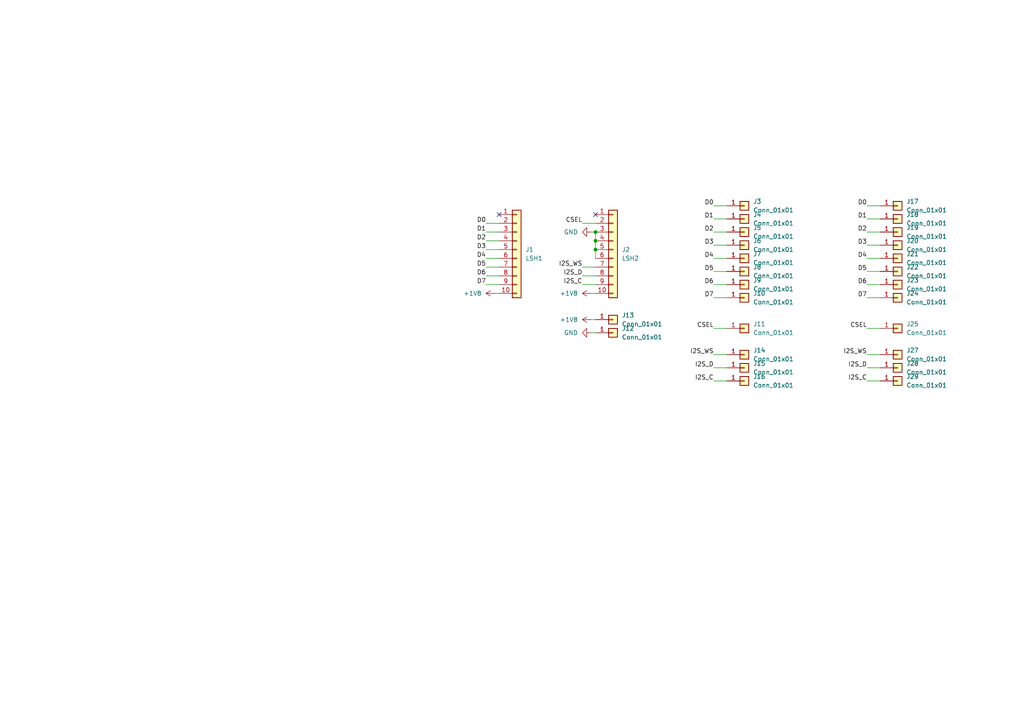
<source format=kicad_sch>
(kicad_sch (version 20230121) (generator eeschema)
  (paper "A4")
  (lib_symbols
    (symbol "Connector_Generic:Conn_01x01" (pin_names (offset 1.016) hide)
      (property "Reference" "J" (at 0 2.54 0))
      (property "Value" "Conn_01x01" (at 0 -2.54 0))
      (symbol "Conn_01x01_1_1"
        (rectangle (start -1.27 0.127) (end 0 -0.127) (stroke (width 0.1524)))
        (rectangle (start -1.27 1.27) (end 1.27 -1.27) (stroke (width 0.254)) (fill (type background)))
        (pin passive line (at -5.08 0 0) (length 3.81) (name "Pin_1") (number "1"))
      )
    )
    (symbol "Connector_Generic:Conn_01x10" (pin_names (offset 1.016) hide)
      (property "Reference" "J" (at 0 12.7 0))
      (property "Value" "Conn_01x10" (at 0 -15.24 0))
      (symbol "Conn_01x10_1_1"
        (rectangle (start -1.27 -12.573) (end 0 -12.827) (stroke (width 0.1524)))
        (rectangle (start -1.27 -10.033) (end 0 -10.287) (stroke (width 0.1524)))
        (rectangle (start -1.27 -7.493) (end 0 -7.747) (stroke (width 0.1524)))
        (rectangle (start -1.27 -4.953) (end 0 -5.207) (stroke (width 0.1524)))
        (rectangle (start -1.27 -2.413) (end 0 -2.667) (stroke (width 0.1524)))
        (rectangle (start -1.27 0.127) (end 0 -0.127) (stroke (width 0.1524)))
        (rectangle (start -1.27 2.667) (end 0 2.413) (stroke (width 0.1524)))
        (rectangle (start -1.27 5.207) (end 0 4.953) (stroke (width 0.1524)))
        (rectangle (start -1.27 7.747) (end 0 7.493) (stroke (width 0.1524)))
        (rectangle (start -1.27 10.287) (end 0 10.033) (stroke (width 0.1524)))
        (rectangle (start -1.27 11.43) (end 1.27 -13.97) (stroke (width 0.254)) (fill (type background)))
        (pin passive line (at -5.08 10.16 0) (length 3.81) (name "Pin_1") (number "1"))
        (pin passive line (at -5.08 -12.7 0) (length 3.81) (name "Pin_10") (number "10"))
        (pin passive line (at -5.08 7.62 0) (length 3.81) (name "Pin_2") (number "2"))
        (pin passive line (at -5.08 5.08 0) (length 3.81) (name "Pin_3") (number "3"))
        (pin passive line (at -5.08 2.54 0) (length 3.81) (name "Pin_4") (number "4"))
        (pin passive line (at -5.08 0 0) (length 3.81) (name "Pin_5") (number "5"))
        (pin passive line (at -5.08 -2.54 0) (length 3.81) (name "Pin_6") (number "6"))
        (pin passive line (at -5.08 -5.08 0) (length 3.81) (name "Pin_7") (number "7"))
        (pin passive line (at -5.08 -7.62 0) (length 3.81) (name "Pin_8") (number "8"))
        (pin passive line (at -5.08 -10.16 0) (length 3.81) (name "Pin_9") (number "9"))
      )
    )
    (symbol "power:+1V8" (power) (pin_names (offset 0))
      (property "Value" "+1V8" (at 0 3.556 0))
      (symbol "+1V8_0_1"
        (polyline (pts (xy -0.762 1.27) (xy 0 2.54)))
        (polyline (pts (xy 0 0) (xy 0 2.54)))
        (polyline (pts (xy 0 2.54) (xy 0.762 1.27)))
      )
      (symbol "+1V8_1_1"
        (pin power_in line (at 0 0 90) (length 0) hide (name "+1V8") (number "1"))
      )
    )
    (symbol "power:GND" (power) (pin_names (offset 0))
      (property "Value" "GND" (at 0 -3.81 0))
      (symbol "GND_0_1"
        (polyline (pts (xy 0 0) (xy 0 -1.27) (xy 1.27 -1.27) (xy 0 -2.54) (xy -1.27 -1.27) (xy 0 -1.27)))
      )
      (symbol "GND_1_1"
        (pin power_in line (at 0 0 270) (length 0) hide (name "GND") (number "1"))
      )
    )
  )
  (junction (at 172.72 69.85))
  (junction (at 172.72 72.39))
  (junction (at 172.72 67.31))
  (no_connect (at 144.78 62.23))
  (no_connect (at 172.72 62.23))
  (wire (pts (xy 251.46 86.36) (xy 255.27 86.36)))
  (wire (pts (xy 251.46 59.69) (xy 255.27 59.69)))
  (wire (pts (xy 140.97 82.55) (xy 144.78 82.55)))
  (wire (pts (xy 207.01 110.49) (xy 210.82 110.49)))
  (wire (pts (xy 207.01 74.93) (xy 210.82 74.93)))
  (wire (pts (xy 171.45 85.09) (xy 172.72 85.09)))
  (wire (pts (xy 251.46 67.31) (xy 255.27 67.31)))
  (wire (pts (xy 168.91 64.77) (xy 172.72 64.77)))
  (wire (pts (xy 143.51 85.09) (xy 144.78 85.09)))
  (wire (pts (xy 207.01 102.87) (xy 210.82 102.87)))
  (wire (pts (xy 251.46 106.68) (xy 255.27 106.68)))
  (wire (pts (xy 207.01 106.68) (xy 210.82 106.68)))
  (wire (pts (xy 251.46 63.5) (xy 255.27 63.5)))
  (wire (pts (xy 140.97 74.93) (xy 144.78 74.93)))
  (wire (pts (xy 171.45 92.71) (xy 172.72 92.71)))
  (wire (pts (xy 251.46 95.25) (xy 255.27 95.25)))
  (wire (pts (xy 140.97 80.01) (xy 144.78 80.01)))
  (wire (pts (xy 207.01 78.74) (xy 210.82 78.74)))
  (wire (pts (xy 251.46 78.74) (xy 255.27 78.74)))
  (wire (pts (xy 168.91 82.55) (xy 172.72 82.55)))
  (wire (pts (xy 207.01 95.25) (xy 210.82 95.25)))
  (wire (pts (xy 171.45 96.52) (xy 172.72 96.52)))
  (wire (pts (xy 168.91 80.01) (xy 172.72 80.01)))
  (wire (pts (xy 172.72 67.31) (xy 172.72 69.85)))
  (wire (pts (xy 140.97 69.85) (xy 144.78 69.85)))
  (wire (pts (xy 251.46 82.55) (xy 255.27 82.55)))
  (wire (pts (xy 251.46 74.93) (xy 255.27 74.93)))
  (wire (pts (xy 207.01 86.36) (xy 210.82 86.36)))
  (wire (pts (xy 207.01 71.12) (xy 210.82 71.12)))
  (wire (pts (xy 140.97 72.39) (xy 144.78 72.39)))
  (wire (pts (xy 172.72 72.39) (xy 172.72 69.85)))
  (wire (pts (xy 140.97 77.47) (xy 144.78 77.47)))
  (wire (pts (xy 207.01 59.69) (xy 210.82 59.69)))
  (wire (pts (xy 207.01 63.5) (xy 210.82 63.5)))
  (wire (pts (xy 251.46 71.12) (xy 255.27 71.12)))
  (wire (pts (xy 168.91 77.47) (xy 172.72 77.47)))
  (wire (pts (xy 207.01 82.55) (xy 210.82 82.55)))
  (wire (pts (xy 251.46 110.49) (xy 255.27 110.49)))
  (wire (pts (xy 172.72 74.93) (xy 172.72 72.39)))
  (wire (pts (xy 172.72 67.31) (xy 171.45 67.31)))
  (wire (pts (xy 140.97 64.77) (xy 144.78 64.77)))
  (wire (pts (xy 251.46 102.87) (xy 255.27 102.87)))
  (wire (pts (xy 207.01 67.31) (xy 210.82 67.31)))
  (wire (pts (xy 140.97 67.31) (xy 144.78 67.31)))
  (label "D2" (at 140.97 69.85 180))
  (label "I2S_WS" (at 168.91 77.47 180))
  (label "I2S_C" (at 168.91 82.55 180))
  (label "D6" (at 251.46 82.55 180))
  (label "D3" (at 207.01 71.12 180))
  (label "D0" (at 251.46 59.69 180))
  (label "I2S_C" (at 207.01 110.49 180))
  (label "D2" (at 207.01 67.31 180))
  (label "D4" (at 140.97 74.93 180))
  (label "D0" (at 140.97 64.77 180))
  (label "CSEL" (at 168.91 64.77 180))
  (label "D5" (at 251.46 78.74 180))
  (label "I2S_WS" (at 207.01 102.87 180))
  (label "D6" (at 207.01 82.55 180))
  (label "D6" (at 140.97 80.01 180))
  (label "I2S_D" (at 251.46 106.68 180))
  (label "D5" (at 140.97 77.47 180))
  (label "I2S_D" (at 207.01 106.68 180))
  (label "D2" (at 251.46 67.31 180))
  (label "D5" (at 207.01 78.74 180))
  (label "D4" (at 207.01 74.93 180))
  (label "I2S_D" (at 168.91 80.01 180))
  (label "CSEL" (at 251.46 95.25 180))
  (label "D3" (at 140.97 72.39 180))
  (label "D1" (at 207.01 63.5 180))
  (label "D1" (at 251.46 63.5 180))
  (label "D0" (at 207.01 59.69 180))
  (label "I2S_WS" (at 251.46 102.87 180))
  (label "D7" (at 251.46 86.36 180))
  (label "CSEL" (at 207.01 95.25 180))
  (label "I2S_C" (at 251.46 110.49 180))
  (label "D4" (at 251.46 74.93 180))
  (label "D7" (at 207.01 86.36 180))
  (label "D7" (at 140.97 82.55 180))
  (label "D1" (at 140.97 67.31 180))
  (label "D3" (at 251.46 71.12 180))
  (symbol (lib_id "Connector_Generic:Conn_01x01") (at 177.8 92.71 0) (unit 1) (in_bom no)
    (property "Reference" "J13" (at 180.34 91.44 0) (effects (justify left)))
    (property "Value" "Conn_01x01" (at 180.34 93.98 0) (effects (justify left)))
    (property "Footprint" "TestPoint:TestPoint_Pad_2.0x2.0mm" (effects hide))
  )
  (symbol (lib_id "Connector_Generic:Conn_01x01") (at 260.35 82.55 0) (unit 1)
    (property "Reference" "J23" (at 262.89 81.28 0) (effects (justify left)))
    (property "Value" "Conn_01x01" (at 262.89 83.82 0) (effects (justify left)))
    (property "Footprint" "library:wii_pin" (effects hide))
  )
  (symbol (lib_id "Connector_Generic:Conn_01x01") (at 215.9 110.49 0) (unit 1)
    (property "Reference" "J16" (at 218.44 109.22 0) (effects (justify left)))
    (property "Value" "Conn_01x01" (at 218.44 111.76 0) (effects (justify left)))
    (property "Footprint" "library:wii_pin" (effects hide))
  )
  (symbol (lib_id "Connector_Generic:Conn_01x01") (at 260.35 78.74 0) (unit 1)
    (property "Reference" "J22" (at 262.89 77.47 0) (effects (justify left)))
    (property "Value" "Conn_01x01" (at 262.89 80.01 0) (effects (justify left)))
    (property "Footprint" "library:wii_pin" (effects hide))
  )
  (symbol (lib_id "Connector_Generic:Conn_01x01") (at 260.35 86.36 0) (unit 1)
    (property "Reference" "J24" (at 262.89 85.09 0) (effects (justify left)))
    (property "Value" "Conn_01x01" (at 262.89 87.63 0) (effects (justify left)))
    (property "Footprint" "library:wii_pin" (effects hide))
  )
  (symbol (lib_id "Connector_Generic:Conn_01x01") (at 215.9 67.31 0) (unit 1)
    (property "Reference" "J5" (at 218.44 66.04 0) (effects (justify left)))
    (property "Value" "Conn_01x01" (at 218.44 68.58 0) (effects (justify left)))
    (property "Footprint" "library:wii_pin" (effects hide))
  )
  (symbol (lib_id "Connector_Generic:Conn_01x01") (at 177.8 96.52 0) (unit 1) (in_bom no)
    (property "Reference" "J12" (at 180.34 95.25 0) (effects (justify left)))
    (property "Value" "Conn_01x01" (at 180.34 97.79 0) (effects (justify left)))
    (property "Footprint" "TestPoint:TestPoint_Pad_2.0x2.0mm" (effects hide))
  )
  (symbol (lib_id "Connector_Generic:Conn_01x01") (at 260.35 102.87 0) (unit 1)
    (property "Reference" "J27" (at 262.89 101.6 0) (effects (justify left)))
    (property "Value" "Conn_01x01" (at 262.89 104.14 0) (effects (justify left)))
    (property "Footprint" "library:wii_pin" (effects hide))
  )
  (symbol (lib_id "Connector_Generic:Conn_01x01") (at 260.35 63.5 0) (unit 1)
    (property "Reference" "J18" (at 262.89 62.23 0) (effects (justify left)))
    (property "Value" "Conn_01x01" (at 262.89 64.77 0) (effects (justify left)))
    (property "Footprint" "library:wii_pin" (effects hide))
  )
  (symbol (lib_id "Connector_Generic:Conn_01x01") (at 215.9 102.87 0) (unit 1)
    (property "Reference" "J14" (at 218.44 101.6 0) (effects (justify left)))
    (property "Value" "Conn_01x01" (at 218.44 104.14 0) (effects (justify left)))
    (property "Footprint" "library:wii_pin" (effects hide))
  )
  (symbol (lib_id "power:+1V8") (at 171.45 85.09 90) (unit 1)
    (property "Reference" "#PWR03" (effects hide))
    (property "Value" "+1V8" (at 167.64 85.09 90) (effects (justify left)))
  )
  (symbol (lib_id "Connector_Generic:Conn_01x01") (at 215.9 86.36 0) (unit 1)
    (property "Reference" "J10" (at 218.44 85.09 0) (effects (justify left)))
    (property "Value" "Conn_01x01" (at 218.44 87.63 0) (effects (justify left)))
    (property "Footprint" "library:wii_pin" (effects hide))
  )
  (symbol (lib_id "Connector_Generic:Conn_01x01") (at 260.35 110.49 0) (unit 1)
    (property "Reference" "J29" (at 262.89 109.22 0) (effects (justify left)))
    (property "Value" "Conn_01x01" (at 262.89 111.76 0) (effects (justify left)))
    (property "Footprint" "library:wii_pin" (effects hide))
  )
  (symbol (lib_id "Connector_Generic:Conn_01x01") (at 215.9 71.12 0) (unit 1)
    (property "Reference" "J6" (at 218.44 69.85 0) (effects (justify left)))
    (property "Value" "Conn_01x01" (at 218.44 72.39 0) (effects (justify left)))
    (property "Footprint" "library:wii_pin" (effects hide))
  )
  (symbol (lib_id "Connector_Generic:Conn_01x01") (at 260.35 74.93 0) (unit 1)
    (property "Reference" "J21" (at 262.89 73.66 0) (effects (justify left)))
    (property "Value" "Conn_01x01" (at 262.89 76.2 0) (effects (justify left)))
    (property "Footprint" "library:wii_pin" (effects hide))
  )
  (symbol (lib_id "Connector_Generic:Conn_01x01") (at 260.35 59.69 0) (unit 1)
    (property "Reference" "J17" (at 262.89 58.42 0) (effects (justify left)))
    (property "Value" "Conn_01x01" (at 262.89 60.96 0) (effects (justify left)))
    (property "Footprint" "library:wii_pin" (effects hide))
  )
  (symbol (lib_id "Connector_Generic:Conn_01x01") (at 215.9 106.68 0) (unit 1)
    (property "Reference" "J15" (at 218.44 105.41 0) (effects (justify left)))
    (property "Value" "Conn_01x01" (at 218.44 107.95 0) (effects (justify left)))
    (property "Footprint" "library:wii_pin" (effects hide))
  )
  (symbol (lib_id "power:+1V8") (at 171.45 92.71 90) (unit 1)
    (property "Reference" "#PWR04" (effects hide))
    (property "Value" "+1V8" (at 167.64 92.71 90) (effects (justify left)))
  )
  (symbol (lib_id "Connector_Generic:Conn_01x01") (at 260.35 106.68 0) (unit 1)
    (property "Reference" "J28" (at 262.89 105.41 0) (effects (justify left)))
    (property "Value" "Conn_01x01" (at 262.89 107.95 0) (effects (justify left)))
    (property "Footprint" "library:wii_pin" (effects hide))
  )
  (symbol (lib_id "Connector_Generic:Conn_01x01") (at 215.9 63.5 0) (unit 1)
    (property "Reference" "J4" (at 218.44 62.23 0) (effects (justify left)))
    (property "Value" "Conn_01x01" (at 218.44 64.77 0) (effects (justify left)))
    (property "Footprint" "library:wii_pin" (effects hide))
  )
  (symbol (lib_id "Connector_Generic:Conn_01x01") (at 260.35 71.12 0) (unit 1)
    (property "Reference" "J20" (at 262.89 69.85 0) (effects (justify left)))
    (property "Value" "Conn_01x01" (at 262.89 72.39 0) (effects (justify left)))
    (property "Footprint" "library:wii_pin" (effects hide))
  )
  (symbol (lib_id "Connector_Generic:Conn_01x01") (at 260.35 95.25 0) (unit 1)
    (property "Reference" "J25" (at 262.89 93.98 0) (effects (justify left)))
    (property "Value" "Conn_01x01" (at 262.89 96.52 0) (effects (justify left)))
    (property "Footprint" "library:wii_pin" (effects hide))
  )
  (symbol (lib_id "Connector_Generic:Conn_01x01") (at 215.9 78.74 0) (unit 1)
    (property "Reference" "J8" (at 218.44 77.47 0) (effects (justify left)))
    (property "Value" "Conn_01x01" (at 218.44 80.01 0) (effects (justify left)))
    (property "Footprint" "library:wii_pin" (effects hide))
  )
  (symbol (lib_id "Connector_Generic:Conn_01x10") (at 177.8 72.39 0) (unit 1) (in_bom no)
    (property "Reference" "J2" (at 180.34 72.39 0) (effects (justify left)))
    (property "Value" "LSH2" (at 180.34 74.93 0) (effects (justify left)))
    (property "Footprint" "Connector_PinHeader_2.54mm:PinHeader_1x10_P2.54mm_Vertical" (effects hide))
  )
  (symbol (lib_id "Connector_Generic:Conn_01x01") (at 215.9 59.69 0) (unit 1)
    (property "Reference" "J3" (at 218.44 58.42 0) (effects (justify left)))
    (property "Value" "Conn_01x01" (at 218.44 60.96 0) (effects (justify left)))
    (property "Footprint" "library:wii_pin" (effects hide))
  )
  (symbol (lib_id "Connector_Generic:Conn_01x10") (at 149.86 72.39 0) (unit 1) (in_bom no)
    (property "Reference" "J1" (at 152.4 72.39 0) (effects (justify left)))
    (property "Value" "LSH1" (at 152.4 74.93 0) (effects (justify left)))
    (property "Footprint" "Connector_PinHeader_2.54mm:PinHeader_1x10_P2.54mm_Vertical" (effects hide))
  )
  (symbol (lib_id "Connector_Generic:Conn_01x01") (at 215.9 95.25 0) (unit 1)
    (property "Reference" "J11" (at 218.44 93.98 0) (effects (justify left)))
    (property "Value" "Conn_01x01" (at 218.44 96.52 0) (effects (justify left)))
    (property "Footprint" "library:wii_pin" (effects hide))
  )
  (symbol (lib_id "power:+1V8") (at 143.51 85.09 90) (unit 1)
    (property "Reference" "#PWR02" (effects hide))
    (property "Value" "+1V8" (at 139.7 85.09 90) (effects (justify left)))
  )
  (symbol (lib_id "Connector_Generic:Conn_01x01") (at 215.9 82.55 0) (unit 1)
    (property "Reference" "J9" (at 218.44 81.28 0) (effects (justify left)))
    (property "Value" "Conn_01x01" (at 218.44 83.82 0) (effects (justify left)))
    (property "Footprint" "library:wii_pin" (effects hide))
  )
  (symbol (lib_id "Connector_Generic:Conn_01x01") (at 260.35 67.31 0) (unit 1)
    (property "Reference" "J19" (at 262.89 66.04 0) (effects (justify left)))
    (property "Value" "Conn_01x01" (at 262.89 68.58 0) (effects (justify left)))
    (property "Footprint" "library:wii_pin" (effects hide))
  )
  (symbol (lib_id "power:GND") (at 171.45 96.52 270) (unit 1)
    (property "Reference" "#PWR05" (effects hide))
    (property "Value" "GND" (at 167.64 96.52 90) (effects (justify right)))
  )
  (symbol (lib_id "Connector_Generic:Conn_01x01") (at 215.9 74.93 0) (unit 1)
    (property "Reference" "J7" (at 218.44 73.66 0) (effects (justify left)))
    (property "Value" "Conn_01x01" (at 218.44 76.2 0) (effects (justify left)))
    (property "Footprint" "library:wii_pin" (effects hide))
  )
  (symbol (lib_id "power:GND") (at 171.45 67.31 270) (unit 1)
    (property "Reference" "#PWR01" (effects hide))
    (property "Value" "GND" (at 167.64 67.31 90) (effects (justify right)))
  )
)
</source>
